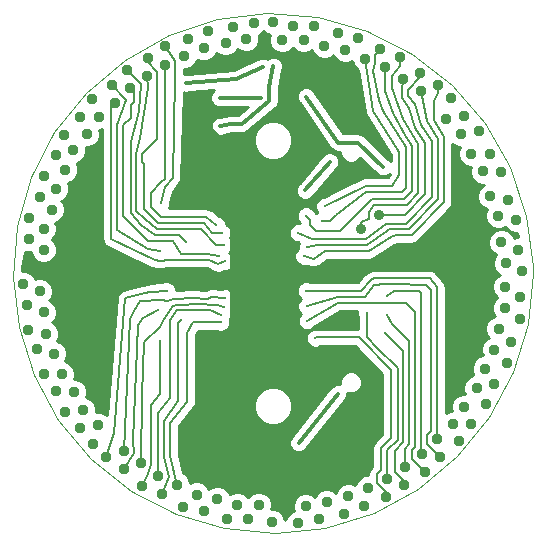
<source format=gbl>
G04 (created by PCBNEW-RS274X (2012-apr-16-27)-stable) date Tue 25 Mar 2014 08:58:53 PM EDT*
G01*
G70*
G90*
%MOIN*%
G04 Gerber Fmt 3.4, Leading zero omitted, Abs format*
%FSLAX34Y34*%
G04 APERTURE LIST*
%ADD10C,0.006000*%
%ADD11C,0.000400*%
%ADD12C,0.037000*%
%ADD13C,0.013000*%
%ADD14C,0.035000*%
%ADD15C,0.008000*%
%ADD16C,0.011800*%
%ADD17C,0.010000*%
G04 APERTURE END LIST*
G54D10*
G54D11*
X48032Y-39370D02*
X47867Y-41052D01*
X47378Y-42670D01*
X46584Y-44163D01*
X45516Y-45473D01*
X44213Y-46551D01*
X42726Y-47355D01*
X41111Y-47855D01*
X39430Y-48031D01*
X37747Y-47878D01*
X36126Y-47401D01*
X34628Y-46618D01*
X33310Y-45558D01*
X32223Y-44263D01*
X31409Y-42782D01*
X30898Y-41170D01*
X30709Y-39490D01*
X30851Y-37807D01*
X31317Y-36182D01*
X32090Y-34678D01*
X33140Y-33353D01*
X34427Y-32258D01*
X35903Y-31433D01*
X37510Y-30911D01*
X39189Y-30710D01*
X40874Y-30840D01*
X42502Y-31295D01*
X44011Y-32057D01*
X45343Y-33098D01*
X46448Y-34377D01*
X47283Y-35847D01*
X47816Y-37451D01*
X48028Y-39129D01*
X48032Y-39370D01*
G54D12*
X33386Y-45059D03*
X39350Y-47677D03*
X33346Y-33583D03*
X32952Y-34172D03*
X33558Y-34151D03*
X33164Y-34740D03*
X37835Y-47579D03*
X38544Y-47579D03*
X38189Y-47087D03*
X38898Y-47087D03*
X37520Y-46890D03*
X36825Y-46751D03*
X37076Y-47303D03*
X36381Y-47164D03*
X36181Y-46417D03*
X35526Y-46146D03*
X35666Y-46736D03*
X35011Y-46465D03*
X34980Y-45689D03*
X34391Y-45295D03*
X34412Y-45901D03*
X33823Y-45507D03*
X32441Y-44016D03*
X32942Y-44517D03*
X33039Y-43918D03*
X33541Y-44420D03*
X31732Y-42717D03*
X32125Y-43307D03*
X32338Y-42739D03*
X32731Y-43328D03*
X31220Y-41260D03*
X31491Y-41915D03*
X31810Y-41399D03*
X32081Y-42054D03*
X31043Y-39724D03*
X31181Y-40419D03*
X31594Y-39976D03*
X31732Y-40671D03*
X31240Y-37539D03*
X31240Y-38248D03*
X31732Y-37893D03*
X31732Y-38602D03*
X31732Y-36122D03*
X31593Y-36817D03*
X32145Y-36566D03*
X32006Y-37261D03*
X32402Y-34764D03*
X32131Y-35419D03*
X32721Y-35279D03*
X32450Y-35934D03*
X34094Y-33701D03*
X34595Y-33200D03*
X33996Y-33103D03*
X34498Y-32601D03*
X35177Y-32815D03*
X35767Y-32422D03*
X35199Y-32209D03*
X35788Y-31816D03*
X36417Y-32146D03*
X37072Y-31875D03*
X36556Y-31556D03*
X37211Y-31285D03*
X38740Y-31024D03*
X38045Y-31162D03*
X38488Y-31575D03*
X37793Y-31713D03*
X41083Y-31791D03*
X41778Y-31930D03*
X41527Y-31378D03*
X42222Y-31517D03*
X40217Y-47697D03*
X40912Y-47559D03*
X40469Y-47146D03*
X41164Y-47008D03*
X42539Y-46535D03*
X41884Y-46806D03*
X42400Y-47125D03*
X41745Y-47396D03*
X43760Y-45827D03*
X43170Y-46220D03*
X43738Y-46433D03*
X43149Y-46826D03*
X44843Y-44902D03*
X44342Y-45403D03*
X44941Y-45500D03*
X44439Y-46002D03*
X45571Y-44980D03*
X45965Y-44391D03*
X45359Y-44412D03*
X45753Y-43823D03*
X46476Y-43720D03*
X46747Y-43065D03*
X46157Y-43205D03*
X46428Y-42550D03*
X47165Y-42362D03*
X47304Y-41667D03*
X46752Y-41918D03*
X46891Y-41223D03*
X47598Y-40886D03*
X47598Y-40177D03*
X47106Y-40532D03*
X47106Y-39823D03*
X47677Y-39291D03*
X47539Y-38596D03*
X47126Y-39039D03*
X46988Y-38344D03*
X47480Y-37598D03*
X47209Y-36943D03*
X46890Y-37459D03*
X46619Y-36804D03*
X46988Y-36004D03*
X46595Y-35414D03*
X46382Y-35982D03*
X45989Y-35393D03*
X46240Y-34646D03*
X45739Y-34145D03*
X45642Y-34744D03*
X45140Y-34242D03*
X43720Y-32913D03*
X44309Y-33307D03*
X44288Y-32701D03*
X44877Y-33095D03*
X40748Y-31122D03*
X40039Y-31122D03*
X40394Y-31614D03*
X39685Y-31614D03*
X39370Y-31004D03*
X45295Y-33543D03*
X42441Y-32224D03*
X43096Y-32495D03*
X42956Y-31905D03*
X43611Y-32176D03*
G54D13*
X41102Y-37146D03*
X41004Y-37618D03*
X40472Y-37461D03*
G54D14*
X42323Y-37913D03*
X42894Y-37441D03*
G54D13*
X40217Y-38031D03*
X40512Y-38514D03*
X40404Y-38809D03*
X40472Y-39961D03*
X40492Y-40472D03*
X43189Y-40138D03*
X40512Y-40965D03*
X43169Y-40768D03*
X43110Y-41378D03*
X42500Y-40689D03*
X40787Y-41535D03*
X39045Y-32500D03*
X36486Y-33041D03*
X38957Y-33524D03*
X37599Y-33524D03*
X35630Y-37028D03*
X37490Y-37776D03*
X37677Y-38022D03*
X37736Y-38425D03*
X36457Y-38346D03*
X37559Y-38799D03*
X35591Y-38622D03*
X37785Y-38976D03*
X35827Y-39961D03*
X37776Y-40197D03*
X35531Y-40610D03*
X37736Y-40512D03*
X35610Y-41634D03*
X37648Y-40758D03*
X36319Y-40945D03*
X37628Y-41014D03*
X41260Y-35659D03*
X40453Y-36614D03*
X40482Y-33484D03*
X43051Y-35827D03*
X38406Y-43878D03*
X42559Y-34409D03*
G54D14*
X36909Y-34488D03*
X36417Y-44961D03*
G54D13*
X40226Y-45030D03*
X41535Y-43386D03*
X39390Y-32480D03*
X37618Y-34469D03*
G54D15*
X43346Y-36457D02*
X43583Y-36102D01*
X41102Y-37146D02*
X42461Y-36457D01*
X42717Y-33957D02*
X42441Y-32224D01*
X43583Y-35335D02*
X42717Y-33957D01*
X42461Y-36457D02*
X43346Y-36457D01*
X43346Y-36457D02*
X43346Y-36457D01*
X43583Y-36102D02*
X43583Y-35335D01*
X43799Y-35177D02*
X43031Y-33956D01*
X41260Y-37618D02*
X41457Y-37421D01*
X42894Y-33602D02*
X42717Y-32618D01*
X41457Y-37421D02*
X42480Y-36673D01*
X42776Y-32382D02*
X42776Y-32085D01*
X42717Y-32618D02*
X42776Y-32382D01*
X43799Y-36535D02*
X43799Y-35177D01*
X43681Y-36673D02*
X43799Y-36535D01*
X41004Y-37618D02*
X41260Y-37618D01*
X43031Y-33956D02*
X42894Y-33602D01*
X42480Y-36673D02*
X43681Y-36673D01*
X42776Y-32085D02*
X42956Y-31905D01*
X43780Y-34764D02*
X43996Y-35118D01*
X40807Y-37953D02*
X41594Y-37953D01*
X40610Y-37756D02*
X40807Y-37953D01*
X40610Y-37599D02*
X40610Y-37756D01*
X43096Y-32495D02*
X43110Y-33287D01*
X42657Y-36890D02*
X43740Y-36890D01*
X43366Y-34035D02*
X43780Y-34764D01*
X41594Y-37953D02*
X42657Y-36890D01*
X43740Y-36890D02*
X43996Y-36634D01*
X40472Y-37461D02*
X40610Y-37599D01*
X43996Y-35118D02*
X43996Y-35295D01*
X43996Y-36634D02*
X43996Y-35295D01*
X43110Y-33287D02*
X43366Y-34035D01*
X42559Y-37342D02*
X42756Y-37106D01*
X44213Y-36693D02*
X44213Y-35079D01*
X42323Y-37913D02*
X42323Y-37677D01*
X42559Y-37559D02*
X42559Y-37342D01*
X44213Y-35079D02*
X43701Y-34232D01*
X42323Y-37677D02*
X42559Y-37559D01*
X43611Y-32472D02*
X43611Y-32176D01*
X43327Y-33189D02*
X43327Y-32814D01*
X43839Y-37106D02*
X44213Y-36693D01*
X43701Y-34232D02*
X43327Y-33189D01*
X42756Y-37106D02*
X43839Y-37106D01*
X43327Y-32814D02*
X43611Y-32472D01*
X44429Y-35020D02*
X44114Y-34528D01*
X43898Y-33878D02*
X43662Y-33524D01*
X43780Y-37441D02*
X44429Y-36732D01*
X44114Y-34528D02*
X43898Y-33878D01*
X43662Y-33287D02*
X43720Y-32913D01*
X42894Y-37441D02*
X43780Y-37441D01*
X44429Y-36732D02*
X44429Y-35020D01*
X43662Y-33524D02*
X43662Y-33287D01*
X44665Y-36831D02*
X44665Y-34980D01*
X43858Y-33268D02*
X44288Y-32838D01*
X43858Y-33465D02*
X43858Y-33268D01*
X43130Y-37717D02*
X43130Y-37717D01*
X43799Y-37722D02*
X44665Y-36831D01*
X44288Y-32838D02*
X44288Y-32701D01*
X40681Y-38248D02*
X42480Y-38248D01*
X44114Y-33740D02*
X43858Y-33465D01*
X43130Y-37717D02*
X43799Y-37722D01*
X43130Y-37717D02*
X43130Y-37717D01*
X44311Y-34429D02*
X44114Y-33740D01*
X40217Y-38031D02*
X40681Y-38248D01*
X42480Y-38248D02*
X43130Y-37717D01*
X44665Y-34980D02*
X44311Y-34429D01*
X43839Y-37913D02*
X43917Y-37891D01*
X43248Y-37913D02*
X43819Y-37913D01*
X43819Y-37913D02*
X43839Y-37913D01*
X44862Y-35531D02*
X44862Y-34902D01*
X44863Y-36910D02*
X44862Y-35531D01*
X44508Y-34311D02*
X44309Y-33307D01*
X40552Y-38484D02*
X40829Y-38445D01*
X40829Y-38445D02*
X42520Y-38445D01*
X43917Y-37891D02*
X44863Y-36910D01*
X44862Y-34902D02*
X44508Y-34311D01*
X42520Y-38445D02*
X43189Y-37953D01*
X40512Y-38514D02*
X40552Y-38484D01*
X43189Y-37953D02*
X43248Y-37913D01*
X41102Y-38642D02*
X41093Y-38642D01*
X42579Y-38642D02*
X43307Y-38150D01*
X44724Y-33623D02*
X44877Y-33371D01*
X45059Y-36990D02*
X45059Y-34822D01*
X41102Y-38642D02*
X41102Y-38642D01*
X40404Y-38809D02*
X40738Y-38888D01*
X45059Y-34822D02*
X44724Y-34272D01*
X44877Y-33371D02*
X44877Y-33095D01*
X43858Y-38110D02*
X43996Y-38098D01*
X44724Y-34272D02*
X44724Y-33623D01*
X41102Y-38642D02*
X41102Y-38642D01*
X40738Y-38888D02*
X41102Y-38642D01*
X43996Y-38098D02*
X45059Y-36990D01*
X43307Y-38150D02*
X43484Y-38110D01*
X43484Y-38110D02*
X43858Y-38110D01*
X41093Y-38642D02*
X42579Y-38642D01*
X40738Y-38888D02*
X40738Y-38888D01*
X41102Y-38642D02*
X41102Y-38642D01*
X44591Y-39547D02*
X44843Y-39843D01*
X40472Y-39961D02*
X42323Y-39961D01*
X42756Y-39547D02*
X44591Y-39547D01*
X42638Y-39606D02*
X42756Y-39547D01*
X42323Y-39961D02*
X42638Y-39606D01*
X44843Y-39843D02*
X44843Y-44902D01*
X43100Y-39744D02*
X43395Y-39744D01*
X43395Y-39744D02*
X44459Y-39764D01*
X43395Y-39744D02*
X43395Y-39744D01*
X42756Y-39764D02*
X43100Y-39744D01*
X41535Y-40157D02*
X42441Y-40157D01*
X44459Y-39764D02*
X44646Y-39921D01*
X44646Y-39921D02*
X44646Y-44625D01*
X44508Y-45067D02*
X44941Y-45500D01*
X44646Y-44625D02*
X44508Y-44763D01*
X40492Y-40472D02*
X41535Y-40157D01*
X42441Y-40157D02*
X42756Y-39764D01*
X44508Y-44763D02*
X44508Y-45067D01*
X43406Y-39970D02*
X44253Y-39961D01*
X44311Y-45372D02*
X44342Y-45403D01*
X43189Y-40138D02*
X43406Y-39970D01*
X44253Y-39961D02*
X44311Y-40019D01*
X44311Y-40019D02*
X44311Y-45372D01*
X44114Y-45158D02*
X43996Y-45276D01*
X43996Y-45276D02*
X43996Y-45559D01*
X43799Y-40354D02*
X44114Y-40669D01*
X43996Y-45559D02*
X44439Y-46002D01*
X44114Y-40669D02*
X44114Y-45158D01*
X42987Y-40354D02*
X42987Y-40354D01*
X41547Y-40354D02*
X42987Y-40354D01*
X42987Y-40354D02*
X43799Y-40354D01*
X40512Y-40965D02*
X41547Y-40354D01*
X43169Y-40768D02*
X43346Y-41083D01*
X43346Y-41083D02*
X43917Y-41634D01*
X43917Y-45079D02*
X43760Y-45236D01*
X43760Y-45236D02*
X43760Y-45827D01*
X43917Y-41634D02*
X43917Y-45079D01*
X43425Y-45295D02*
X43425Y-45984D01*
X43425Y-45984D02*
X43738Y-46297D01*
X43738Y-46297D02*
X43738Y-46433D01*
X43706Y-41974D02*
X43706Y-45014D01*
X43706Y-45014D02*
X43425Y-45295D01*
X43110Y-41378D02*
X43706Y-41974D01*
X43524Y-44921D02*
X43170Y-45275D01*
X42500Y-40689D02*
X42500Y-41516D01*
X42854Y-41870D02*
X43524Y-42518D01*
X43170Y-45275D02*
X43170Y-46220D01*
X42500Y-41516D02*
X42500Y-41516D01*
X43524Y-42518D02*
X43524Y-44921D01*
X42500Y-41516D02*
X42854Y-41870D01*
X42500Y-40689D02*
X42500Y-40689D01*
X42835Y-46083D02*
X42835Y-46359D01*
X40787Y-41535D02*
X40805Y-41516D01*
X40805Y-41516D02*
X42225Y-41516D01*
X42225Y-41516D02*
X43307Y-42598D01*
X42835Y-46359D02*
X43149Y-46673D01*
X42972Y-45197D02*
X42972Y-45946D01*
X43307Y-44862D02*
X42972Y-45197D01*
X43307Y-42598D02*
X43307Y-44862D01*
X43149Y-46673D02*
X43149Y-46826D01*
X42972Y-45946D02*
X42835Y-46083D01*
G54D16*
X36486Y-33041D02*
X38150Y-32894D01*
X38150Y-32894D02*
X39045Y-32500D01*
X38957Y-33524D02*
X37599Y-33524D01*
G54D15*
X36122Y-32835D02*
X36122Y-32303D01*
X36024Y-36201D02*
X36122Y-32835D01*
X35630Y-37028D02*
X35630Y-37028D01*
X36122Y-32303D02*
X35788Y-31816D01*
X35630Y-37028D02*
X35630Y-37028D01*
X35630Y-37028D02*
X35787Y-36516D01*
X35787Y-36516D02*
X36024Y-36201D01*
X37156Y-37500D02*
X35630Y-37500D01*
X35295Y-37165D02*
X35295Y-36694D01*
X35295Y-36694D02*
X35650Y-36339D01*
X35630Y-37500D02*
X35295Y-37165D01*
X35767Y-36222D02*
X35650Y-36339D01*
X35767Y-32422D02*
X35767Y-36222D01*
X37490Y-37776D02*
X37156Y-37500D01*
X35079Y-37225D02*
X35079Y-35729D01*
X35079Y-35729D02*
X35000Y-35650D01*
X37677Y-38022D02*
X37353Y-38019D01*
X37087Y-37697D02*
X35551Y-37697D01*
X35199Y-32344D02*
X35199Y-32209D01*
X37677Y-38022D02*
X37677Y-38022D01*
X35512Y-32657D02*
X35199Y-32344D01*
X35551Y-37697D02*
X35079Y-37225D01*
X37353Y-38019D02*
X37087Y-37697D01*
X35000Y-35414D02*
X35512Y-34902D01*
X35000Y-35650D02*
X35000Y-35414D01*
X35512Y-34902D02*
X35512Y-32657D01*
X34823Y-36870D02*
X34811Y-35390D01*
X35098Y-37579D02*
X34823Y-37303D01*
X37736Y-38425D02*
X37736Y-38425D01*
X36972Y-37894D02*
X35761Y-37894D01*
X34823Y-37303D02*
X34823Y-36870D01*
X35217Y-33189D02*
X35177Y-32815D01*
X34942Y-34859D02*
X35217Y-33189D01*
X37480Y-38429D02*
X36972Y-37894D01*
X37736Y-38425D02*
X37480Y-38429D01*
X35492Y-37894D02*
X35098Y-37579D01*
X34811Y-35390D02*
X34942Y-34859D01*
X35761Y-37894D02*
X35492Y-37894D01*
X34961Y-33071D02*
X34498Y-32601D01*
X34626Y-37362D02*
X34626Y-35000D01*
X34899Y-33960D02*
X34961Y-33071D01*
X34961Y-37756D02*
X34626Y-37362D01*
X34626Y-35000D02*
X34899Y-33960D01*
X35453Y-38091D02*
X34961Y-37756D01*
X36240Y-38091D02*
X35453Y-38091D01*
X36457Y-38346D02*
X36240Y-38091D01*
X36024Y-38287D02*
X35216Y-38287D01*
X36299Y-38720D02*
X36024Y-38287D01*
X37165Y-38720D02*
X36299Y-38720D01*
X37559Y-38799D02*
X37165Y-38720D01*
X34390Y-34449D02*
X34646Y-34193D01*
X34646Y-33760D02*
X34724Y-33682D01*
X34724Y-33682D02*
X34724Y-33329D01*
X35216Y-38287D02*
X34390Y-37461D01*
X34390Y-37461D02*
X34390Y-34449D01*
X34724Y-33329D02*
X34595Y-33200D01*
X34646Y-34193D02*
X34646Y-33760D01*
X35217Y-38583D02*
X34170Y-37918D01*
X34170Y-37918D02*
X34167Y-34419D01*
X34488Y-33602D02*
X33996Y-33103D01*
X35591Y-38622D02*
X35217Y-38583D01*
X34167Y-34419D02*
X34488Y-33602D01*
X35906Y-38917D02*
X35610Y-38957D01*
X37785Y-38976D02*
X37539Y-39075D01*
X35610Y-38957D02*
X35453Y-38937D01*
X37785Y-38976D02*
X37785Y-38976D01*
X37785Y-38976D02*
X37785Y-38976D01*
X33976Y-35157D02*
X33976Y-33819D01*
X35453Y-38937D02*
X33976Y-38247D01*
X37539Y-39075D02*
X37254Y-38927D01*
X33976Y-38247D02*
X33976Y-35157D01*
X37254Y-38927D02*
X35906Y-38917D01*
X33976Y-33819D02*
X34094Y-33701D01*
X34449Y-40216D02*
X34075Y-44705D01*
X34075Y-44705D02*
X33823Y-45507D01*
X35276Y-40000D02*
X35099Y-40038D01*
X35827Y-39961D02*
X35276Y-40000D01*
X35099Y-40038D02*
X34449Y-40216D01*
X34724Y-40630D02*
X34606Y-40886D01*
X37323Y-40157D02*
X37205Y-40217D01*
X34606Y-40886D02*
X34391Y-45295D01*
X37776Y-40197D02*
X37323Y-40157D01*
X36063Y-40236D02*
X35846Y-40295D01*
X37205Y-40217D02*
X36692Y-40197D01*
X34935Y-40316D02*
X34724Y-40630D01*
X35846Y-40295D02*
X35669Y-40264D01*
X36692Y-40197D02*
X36063Y-40236D01*
X35669Y-40264D02*
X34935Y-40316D01*
X34862Y-41103D02*
X34705Y-44961D01*
X35039Y-40867D02*
X34862Y-41103D01*
X34744Y-45374D02*
X34412Y-45901D01*
X34705Y-44961D02*
X34744Y-45374D01*
X35531Y-40610D02*
X35039Y-40867D01*
X36024Y-40453D02*
X35728Y-40906D01*
X35079Y-41673D02*
X35000Y-43465D01*
X36988Y-40413D02*
X36161Y-40418D01*
X35728Y-40906D02*
X35610Y-41181D01*
X37362Y-40433D02*
X36988Y-40413D01*
X35000Y-43465D02*
X34980Y-45689D01*
X36161Y-40418D02*
X36024Y-40453D01*
X37736Y-40512D02*
X37520Y-40433D01*
X37520Y-40433D02*
X37362Y-40433D01*
X35610Y-41181D02*
X35079Y-41673D01*
X35610Y-43386D02*
X35315Y-43780D01*
X35315Y-43780D02*
X35315Y-45748D01*
X35197Y-46063D02*
X35011Y-46465D01*
X35315Y-45748D02*
X35197Y-46063D01*
X35610Y-41634D02*
X35610Y-43386D01*
X37284Y-40610D02*
X36161Y-40610D01*
X36161Y-40610D02*
X35945Y-40925D01*
X35945Y-40925D02*
X35945Y-43543D01*
X35531Y-44035D02*
X35526Y-46146D01*
X35945Y-43543D02*
X35531Y-44035D01*
X37648Y-40758D02*
X37284Y-40610D01*
X36201Y-41043D02*
X36201Y-43622D01*
X36319Y-40945D02*
X36201Y-41043D01*
X36201Y-43622D02*
X35728Y-44311D01*
X35906Y-46161D02*
X35666Y-46736D01*
X35728Y-44311D02*
X35728Y-45512D01*
X35728Y-45512D02*
X35906Y-46161D01*
X35945Y-45472D02*
X36181Y-46417D01*
X36181Y-46417D02*
X36181Y-46417D01*
X37628Y-41014D02*
X36722Y-41014D01*
X35945Y-44370D02*
X35945Y-44370D01*
X36516Y-41358D02*
X36516Y-42382D01*
X35945Y-44370D02*
X35945Y-45472D01*
X36516Y-43661D02*
X35945Y-44370D01*
X36516Y-42382D02*
X36516Y-43661D01*
X36722Y-41014D02*
X36516Y-41358D01*
G54D16*
X41260Y-35659D02*
X40453Y-36614D01*
X42211Y-35020D02*
X41531Y-35019D01*
X41531Y-35019D02*
X40482Y-33484D01*
X43051Y-35827D02*
X42211Y-35020D01*
X36909Y-34488D02*
X37225Y-34488D01*
X39616Y-33307D02*
X39960Y-32963D01*
X36929Y-35669D02*
X38012Y-36752D01*
X37225Y-34488D02*
X37570Y-34833D01*
X38543Y-34833D02*
X39616Y-33760D01*
X37570Y-34833D02*
X38543Y-34833D01*
X38406Y-43435D02*
X38406Y-43878D01*
X36909Y-34488D02*
X36929Y-35669D01*
X41113Y-32963D02*
X42559Y-34409D01*
X39960Y-32963D02*
X41113Y-32963D01*
X38012Y-36752D02*
X38012Y-42520D01*
X37244Y-44134D02*
X38406Y-43878D01*
X36417Y-44961D02*
X37244Y-44134D01*
X38022Y-43091D02*
X38406Y-43435D01*
X38012Y-42520D02*
X38022Y-43091D01*
X39616Y-33760D02*
X39616Y-33307D01*
X41535Y-43386D02*
X40226Y-45030D01*
X39252Y-33635D02*
X39252Y-33173D01*
X38326Y-34399D02*
X39252Y-33635D01*
X39252Y-33173D02*
X39390Y-32480D01*
X37985Y-34399D02*
X38326Y-34399D01*
X37618Y-34469D02*
X37985Y-34399D01*
G54D10*
G36*
X47533Y-38161D02*
X47453Y-38161D01*
X47393Y-38185D01*
X47357Y-38098D01*
X47235Y-37976D01*
X47075Y-37909D01*
X46902Y-37909D01*
X46742Y-37975D01*
X46620Y-38097D01*
X46553Y-38257D01*
X46553Y-38430D01*
X46619Y-38590D01*
X46741Y-38712D01*
X46809Y-38740D01*
X46758Y-38792D01*
X46691Y-38952D01*
X46691Y-39125D01*
X46757Y-39285D01*
X46879Y-39407D01*
X46926Y-39426D01*
X46860Y-39454D01*
X46738Y-39576D01*
X46671Y-39736D01*
X46671Y-39909D01*
X46737Y-40069D01*
X46845Y-40177D01*
X46738Y-40285D01*
X46671Y-40445D01*
X46671Y-40618D01*
X46737Y-40778D01*
X46763Y-40804D01*
X46645Y-40854D01*
X46523Y-40976D01*
X46456Y-41136D01*
X46456Y-41309D01*
X46522Y-41469D01*
X46573Y-41520D01*
X46506Y-41549D01*
X46384Y-41671D01*
X46317Y-41831D01*
X46317Y-42004D01*
X46362Y-42115D01*
X46342Y-42115D01*
X46182Y-42181D01*
X46060Y-42303D01*
X45993Y-42463D01*
X45993Y-42636D01*
X46051Y-42778D01*
X45911Y-42836D01*
X45789Y-42958D01*
X45722Y-43118D01*
X45722Y-43291D01*
X45762Y-43388D01*
X45667Y-43388D01*
X45507Y-43454D01*
X45385Y-43576D01*
X45318Y-43736D01*
X45318Y-43909D01*
X45346Y-43977D01*
X45273Y-43977D01*
X45133Y-44034D01*
X45133Y-39843D01*
X45123Y-39794D01*
X45119Y-39753D01*
X45113Y-39742D01*
X45111Y-39732D01*
X45083Y-39691D01*
X45063Y-39655D01*
X45048Y-39638D01*
X44812Y-39359D01*
X44802Y-39351D01*
X44796Y-39342D01*
X44758Y-39316D01*
X44723Y-39289D01*
X44712Y-39285D01*
X44702Y-39279D01*
X44655Y-39269D01*
X44614Y-39258D01*
X44602Y-39259D01*
X44591Y-39257D01*
X42756Y-39257D01*
X42744Y-39259D01*
X42734Y-39258D01*
X42690Y-39270D01*
X42645Y-39279D01*
X42636Y-39284D01*
X42625Y-39288D01*
X42508Y-39347D01*
X42443Y-39396D01*
X42421Y-39414D01*
X42419Y-39415D01*
X42419Y-39416D01*
X42418Y-39416D01*
X42192Y-39671D01*
X40595Y-39671D01*
X40535Y-39646D01*
X40410Y-39646D01*
X40294Y-39694D01*
X40205Y-39782D01*
X40157Y-39898D01*
X40157Y-40023D01*
X40205Y-40139D01*
X40291Y-40226D01*
X40225Y-40293D01*
X40177Y-40409D01*
X40177Y-40534D01*
X40225Y-40650D01*
X40302Y-40728D01*
X40245Y-40786D01*
X40197Y-40902D01*
X40197Y-41027D01*
X40245Y-41143D01*
X40333Y-41232D01*
X40449Y-41280D01*
X40574Y-41280D01*
X40690Y-41232D01*
X40777Y-41145D01*
X40779Y-41144D01*
X41623Y-40644D01*
X42185Y-40644D01*
X42185Y-40751D01*
X42210Y-40811D01*
X42210Y-41226D01*
X40864Y-41226D01*
X40850Y-41220D01*
X40725Y-41220D01*
X40609Y-41268D01*
X40520Y-41356D01*
X40472Y-41472D01*
X40472Y-41597D01*
X40520Y-41713D01*
X40608Y-41802D01*
X40724Y-41850D01*
X40849Y-41850D01*
X40955Y-41806D01*
X42105Y-41806D01*
X43017Y-42718D01*
X43017Y-44741D01*
X42767Y-44992D01*
X42704Y-45086D01*
X42682Y-45197D01*
X42682Y-45825D01*
X42630Y-45878D01*
X42567Y-45972D01*
X42545Y-46083D01*
X42545Y-46100D01*
X42453Y-46100D01*
X42337Y-46147D01*
X42337Y-43085D01*
X42337Y-42939D01*
X42281Y-42804D01*
X42178Y-42700D01*
X42042Y-42644D01*
X41896Y-42644D01*
X41761Y-42700D01*
X41657Y-42803D01*
X41601Y-42939D01*
X41601Y-43072D01*
X41598Y-43071D01*
X41473Y-43071D01*
X41357Y-43119D01*
X41268Y-43207D01*
X41254Y-43240D01*
X40027Y-44783D01*
X40013Y-44797D01*
X40013Y-43928D01*
X40013Y-43672D01*
X39915Y-43436D01*
X39735Y-43255D01*
X39499Y-43156D01*
X39243Y-43156D01*
X39007Y-43254D01*
X38826Y-43434D01*
X38727Y-43670D01*
X38727Y-43926D01*
X38825Y-44162D01*
X39005Y-44343D01*
X39241Y-44442D01*
X39497Y-44442D01*
X39733Y-44344D01*
X39914Y-44164D01*
X40013Y-43928D01*
X40013Y-44797D01*
X39959Y-44851D01*
X39911Y-44967D01*
X39911Y-45092D01*
X39959Y-45208D01*
X40047Y-45297D01*
X40163Y-45345D01*
X40288Y-45345D01*
X40404Y-45297D01*
X40493Y-45209D01*
X40508Y-45170D01*
X41728Y-43637D01*
X41802Y-43565D01*
X41850Y-43449D01*
X41850Y-43361D01*
X41896Y-43380D01*
X42042Y-43380D01*
X42177Y-43324D01*
X42281Y-43221D01*
X42337Y-43085D01*
X42337Y-46147D01*
X42293Y-46166D01*
X42171Y-46288D01*
X42111Y-46429D01*
X41971Y-46371D01*
X41798Y-46371D01*
X41638Y-46437D01*
X41516Y-46559D01*
X41461Y-46690D01*
X41411Y-46640D01*
X41251Y-46573D01*
X41078Y-46573D01*
X40918Y-46639D01*
X40796Y-46761D01*
X40767Y-46829D01*
X40716Y-46778D01*
X40556Y-46711D01*
X40383Y-46711D01*
X40223Y-46777D01*
X40101Y-46899D01*
X40034Y-47059D01*
X40034Y-47232D01*
X40058Y-47291D01*
X39971Y-47328D01*
X39849Y-47450D01*
X39785Y-47602D01*
X39785Y-47591D01*
X39719Y-47431D01*
X39597Y-47309D01*
X39437Y-47242D01*
X39304Y-47242D01*
X39333Y-47174D01*
X39333Y-47001D01*
X39267Y-46841D01*
X39145Y-46719D01*
X38985Y-46652D01*
X38812Y-46652D01*
X38652Y-46718D01*
X38543Y-46826D01*
X38436Y-46719D01*
X38276Y-46652D01*
X38103Y-46652D01*
X37943Y-46718D01*
X37926Y-46734D01*
X37889Y-46644D01*
X37767Y-46522D01*
X37607Y-46455D01*
X37434Y-46455D01*
X37274Y-46521D01*
X37222Y-46572D01*
X37194Y-46505D01*
X37072Y-46383D01*
X36912Y-46316D01*
X36739Y-46316D01*
X36616Y-46366D01*
X36616Y-46331D01*
X36550Y-46171D01*
X36428Y-46049D01*
X36382Y-46030D01*
X36235Y-45438D01*
X36235Y-44472D01*
X36721Y-43866D01*
X36741Y-43843D01*
X36757Y-43811D01*
X36784Y-43772D01*
X36787Y-43754D01*
X36794Y-43742D01*
X36796Y-43707D01*
X36806Y-43661D01*
X36806Y-42382D01*
X36806Y-41438D01*
X36886Y-41304D01*
X37504Y-41304D01*
X37565Y-41329D01*
X37690Y-41329D01*
X37806Y-41281D01*
X37895Y-41193D01*
X37943Y-41077D01*
X37943Y-40952D01*
X37925Y-40910D01*
X37963Y-40821D01*
X37963Y-40730D01*
X38003Y-40691D01*
X38051Y-40575D01*
X38051Y-40450D01*
X38026Y-40391D01*
X38043Y-40376D01*
X38091Y-40260D01*
X38091Y-40135D01*
X38043Y-40019D01*
X37955Y-39930D01*
X37839Y-39882D01*
X37714Y-39882D01*
X37677Y-39897D01*
X37348Y-39868D01*
X37323Y-39870D01*
X37300Y-39868D01*
X37270Y-39876D01*
X37236Y-39880D01*
X37213Y-39892D01*
X37191Y-39899D01*
X37141Y-39924D01*
X36703Y-39907D01*
X36686Y-39909D01*
X36674Y-39908D01*
X36142Y-39940D01*
X36142Y-39899D01*
X36094Y-39783D01*
X36006Y-39694D01*
X35890Y-39646D01*
X35765Y-39646D01*
X35680Y-39680D01*
X35256Y-39711D01*
X35234Y-39716D01*
X35215Y-39717D01*
X35038Y-39754D01*
X35027Y-39758D01*
X35022Y-39759D01*
X34372Y-39936D01*
X34364Y-39939D01*
X34364Y-39940D01*
X34363Y-39940D01*
X34271Y-39987D01*
X34197Y-40072D01*
X34161Y-40180D01*
X34162Y-40199D01*
X33834Y-44098D01*
X33788Y-44052D01*
X33628Y-43985D01*
X33474Y-43985D01*
X33474Y-43832D01*
X33408Y-43672D01*
X33286Y-43550D01*
X33135Y-43487D01*
X33166Y-43415D01*
X33166Y-43242D01*
X33100Y-43082D01*
X32978Y-42960D01*
X32818Y-42893D01*
X32744Y-42893D01*
X32773Y-42826D01*
X32773Y-42653D01*
X32707Y-42493D01*
X32585Y-42371D01*
X32439Y-42310D01*
X32449Y-42301D01*
X32516Y-42141D01*
X32516Y-41968D01*
X32450Y-41808D01*
X32328Y-41686D01*
X32186Y-41626D01*
X32245Y-41486D01*
X32245Y-41313D01*
X32179Y-41153D01*
X32057Y-41031D01*
X32007Y-41010D01*
X32100Y-40918D01*
X32167Y-40758D01*
X32167Y-40585D01*
X32101Y-40425D01*
X31979Y-40303D01*
X31910Y-40274D01*
X31962Y-40223D01*
X32029Y-40063D01*
X32029Y-39890D01*
X31963Y-39730D01*
X31841Y-39608D01*
X31681Y-39541D01*
X31508Y-39541D01*
X31448Y-39565D01*
X31412Y-39478D01*
X31290Y-39356D01*
X31130Y-39289D01*
X30998Y-39289D01*
X31003Y-39173D01*
X31104Y-38662D01*
X31153Y-38683D01*
X31297Y-38683D01*
X31297Y-38688D01*
X31363Y-38848D01*
X31485Y-38970D01*
X31645Y-39037D01*
X31818Y-39037D01*
X31978Y-38971D01*
X32100Y-38849D01*
X32167Y-38689D01*
X32167Y-38516D01*
X32101Y-38356D01*
X31992Y-38247D01*
X32100Y-38140D01*
X32167Y-37980D01*
X32167Y-37807D01*
X32116Y-37685D01*
X32252Y-37630D01*
X32374Y-37508D01*
X32441Y-37348D01*
X32441Y-37175D01*
X32375Y-37015D01*
X32323Y-36963D01*
X32391Y-36935D01*
X32513Y-36813D01*
X32580Y-36653D01*
X32580Y-36480D01*
X32534Y-36369D01*
X32536Y-36369D01*
X32696Y-36303D01*
X32818Y-36181D01*
X32885Y-36021D01*
X32885Y-35848D01*
X32826Y-35705D01*
X32967Y-35648D01*
X33089Y-35526D01*
X33156Y-35366D01*
X33156Y-35193D01*
X33148Y-35175D01*
X33250Y-35175D01*
X33410Y-35109D01*
X33532Y-34987D01*
X33599Y-34827D01*
X33599Y-34654D01*
X33570Y-34586D01*
X33644Y-34586D01*
X33686Y-34568D01*
X33686Y-35157D01*
X33686Y-38234D01*
X33686Y-38247D01*
X33697Y-38302D01*
X33704Y-38346D01*
X33706Y-38350D01*
X33708Y-38358D01*
X33737Y-38401D01*
X33762Y-38443D01*
X33767Y-38447D01*
X33771Y-38452D01*
X33806Y-38476D01*
X33853Y-38510D01*
X33865Y-38515D01*
X35308Y-39188D01*
X35309Y-39189D01*
X35310Y-39189D01*
X35331Y-39199D01*
X35359Y-39206D01*
X35416Y-39225D01*
X35573Y-39245D01*
X35616Y-39241D01*
X35649Y-39244D01*
X35921Y-39207D01*
X37181Y-39215D01*
X37406Y-39332D01*
X37413Y-39334D01*
X37425Y-39342D01*
X37474Y-39352D01*
X37514Y-39364D01*
X37525Y-39362D01*
X37536Y-39365D01*
X37583Y-39355D01*
X37627Y-39351D01*
X37636Y-39346D01*
X37647Y-39344D01*
X37778Y-39291D01*
X37847Y-39291D01*
X37963Y-39243D01*
X38052Y-39155D01*
X38100Y-39039D01*
X38100Y-38914D01*
X38052Y-38798D01*
X37964Y-38709D01*
X37916Y-38689D01*
X38003Y-38604D01*
X38051Y-38488D01*
X38051Y-38363D01*
X38003Y-38247D01*
X37947Y-38191D01*
X37992Y-38085D01*
X37992Y-37960D01*
X37944Y-37844D01*
X37856Y-37755D01*
X37805Y-37733D01*
X37805Y-37714D01*
X37757Y-37598D01*
X37669Y-37509D01*
X37572Y-37469D01*
X37341Y-37277D01*
X37305Y-37257D01*
X37267Y-37232D01*
X37252Y-37229D01*
X37241Y-37223D01*
X37198Y-37218D01*
X37156Y-37210D01*
X35893Y-37210D01*
X35897Y-37207D01*
X35945Y-37091D01*
X35945Y-36989D01*
X36048Y-36651D01*
X36256Y-36376D01*
X36270Y-36345D01*
X36289Y-36320D01*
X36294Y-36295D01*
X36305Y-36274D01*
X36306Y-36242D01*
X36314Y-36210D01*
X36399Y-33346D01*
X36423Y-33356D01*
X36548Y-33356D01*
X36578Y-33343D01*
X37407Y-33270D01*
X37332Y-33345D01*
X37284Y-33461D01*
X37284Y-33586D01*
X37332Y-33702D01*
X37420Y-33791D01*
X37536Y-33839D01*
X37661Y-33839D01*
X37675Y-33833D01*
X38526Y-33833D01*
X38215Y-34090D01*
X37985Y-34090D01*
X37954Y-34096D01*
X37926Y-34096D01*
X37618Y-34154D01*
X37556Y-34154D01*
X37440Y-34202D01*
X37351Y-34290D01*
X37303Y-34406D01*
X37303Y-34531D01*
X37351Y-34647D01*
X37439Y-34736D01*
X37555Y-34784D01*
X37680Y-34784D01*
X37732Y-34762D01*
X38015Y-34708D01*
X38326Y-34708D01*
X38374Y-34698D01*
X38416Y-34694D01*
X38429Y-34687D01*
X38444Y-34684D01*
X38479Y-34660D01*
X38523Y-34637D01*
X39448Y-33874D01*
X39459Y-33860D01*
X39470Y-33853D01*
X39492Y-33820D01*
X39524Y-33781D01*
X39528Y-33765D01*
X39537Y-33753D01*
X39546Y-33706D01*
X39559Y-33665D01*
X39557Y-33651D01*
X39561Y-33635D01*
X39561Y-33203D01*
X39681Y-32600D01*
X39705Y-32543D01*
X39705Y-32418D01*
X39657Y-32302D01*
X39569Y-32213D01*
X39453Y-32165D01*
X39328Y-32165D01*
X39212Y-32213D01*
X39201Y-32223D01*
X39108Y-32185D01*
X38983Y-32185D01*
X38867Y-32233D01*
X38854Y-32245D01*
X38065Y-32592D01*
X36539Y-32726D01*
X36424Y-32726D01*
X36412Y-32730D01*
X36412Y-32581D01*
X36503Y-32581D01*
X36663Y-32515D01*
X36785Y-32393D01*
X36844Y-32251D01*
X36985Y-32310D01*
X37158Y-32310D01*
X37318Y-32244D01*
X37440Y-32122D01*
X37483Y-32018D01*
X37546Y-32081D01*
X37706Y-32148D01*
X37879Y-32148D01*
X38039Y-32082D01*
X38161Y-31960D01*
X38189Y-31891D01*
X38241Y-31943D01*
X38401Y-32010D01*
X38574Y-32010D01*
X38734Y-31944D01*
X38856Y-31822D01*
X38923Y-31662D01*
X38923Y-31489D01*
X38898Y-31429D01*
X38986Y-31393D01*
X39065Y-31314D01*
X39123Y-31372D01*
X39283Y-31439D01*
X39286Y-31439D01*
X39250Y-31527D01*
X39250Y-31700D01*
X39316Y-31860D01*
X39438Y-31982D01*
X39598Y-32049D01*
X39771Y-32049D01*
X39931Y-31983D01*
X40039Y-31874D01*
X40147Y-31982D01*
X40307Y-32049D01*
X40480Y-32049D01*
X40640Y-31983D01*
X40676Y-31946D01*
X40714Y-32037D01*
X40836Y-32159D01*
X40996Y-32226D01*
X41169Y-32226D01*
X41329Y-32160D01*
X41380Y-32108D01*
X41409Y-32176D01*
X41531Y-32298D01*
X41691Y-32365D01*
X41864Y-32365D01*
X42006Y-32306D01*
X42006Y-32310D01*
X42072Y-32470D01*
X42194Y-32592D01*
X42206Y-32597D01*
X42429Y-34002D01*
X42468Y-34108D01*
X42471Y-34111D01*
X43293Y-35420D01*
X43293Y-35623D01*
X43230Y-35560D01*
X43209Y-35551D01*
X42425Y-34797D01*
X42354Y-34752D01*
X42329Y-34735D01*
X42326Y-34734D01*
X42324Y-34733D01*
X42290Y-34727D01*
X42212Y-34711D01*
X41692Y-34710D01*
X40771Y-33360D01*
X40749Y-33306D01*
X40661Y-33217D01*
X40545Y-33169D01*
X40420Y-33169D01*
X40304Y-33217D01*
X40215Y-33305D01*
X40167Y-33421D01*
X40167Y-33546D01*
X40215Y-33662D01*
X40262Y-33709D01*
X41274Y-35194D01*
X41302Y-35221D01*
X41313Y-35237D01*
X41331Y-35249D01*
X41361Y-35278D01*
X41394Y-35291D01*
X41413Y-35304D01*
X41437Y-35309D01*
X41472Y-35323D01*
X41504Y-35322D01*
X41530Y-35328D01*
X41601Y-35328D01*
X41601Y-35407D01*
X41657Y-35542D01*
X41760Y-35646D01*
X41896Y-35702D01*
X42042Y-35702D01*
X42177Y-35646D01*
X42281Y-35543D01*
X42288Y-35524D01*
X42781Y-35998D01*
X42784Y-36005D01*
X42872Y-36094D01*
X42988Y-36142D01*
X43113Y-36142D01*
X43229Y-36094D01*
X43260Y-36063D01*
X43191Y-36167D01*
X42461Y-36167D01*
X42449Y-36169D01*
X42438Y-36168D01*
X42391Y-36180D01*
X42350Y-36189D01*
X42341Y-36194D01*
X42329Y-36198D01*
X41575Y-36580D01*
X41575Y-35722D01*
X41575Y-35597D01*
X41527Y-35481D01*
X41439Y-35392D01*
X41323Y-35344D01*
X41198Y-35344D01*
X41082Y-35392D01*
X40993Y-35480D01*
X40979Y-35512D01*
X40271Y-36350D01*
X40186Y-36435D01*
X40138Y-36551D01*
X40138Y-36676D01*
X40186Y-36792D01*
X40274Y-36881D01*
X40390Y-36929D01*
X40515Y-36929D01*
X40631Y-36881D01*
X40720Y-36793D01*
X40733Y-36760D01*
X41438Y-35926D01*
X41446Y-35917D01*
X41527Y-35838D01*
X41575Y-35722D01*
X41575Y-36580D01*
X41081Y-36831D01*
X41040Y-36831D01*
X40924Y-36879D01*
X40835Y-36967D01*
X40787Y-37083D01*
X40787Y-37208D01*
X40835Y-37324D01*
X40851Y-37340D01*
X40826Y-37351D01*
X40798Y-37377D01*
X40763Y-37342D01*
X40739Y-37283D01*
X40651Y-37194D01*
X40535Y-37146D01*
X40410Y-37146D01*
X40294Y-37194D01*
X40205Y-37282D01*
X40157Y-37398D01*
X40157Y-37523D01*
X40205Y-37639D01*
X40281Y-37716D01*
X40280Y-37716D01*
X40155Y-37716D01*
X40039Y-37764D01*
X40013Y-37789D01*
X40013Y-35070D01*
X40013Y-34814D01*
X39915Y-34578D01*
X39735Y-34397D01*
X39499Y-34298D01*
X39243Y-34298D01*
X39007Y-34396D01*
X38826Y-34576D01*
X38727Y-34812D01*
X38727Y-35068D01*
X38825Y-35304D01*
X39005Y-35485D01*
X39241Y-35584D01*
X39497Y-35584D01*
X39733Y-35486D01*
X39914Y-35306D01*
X40013Y-35070D01*
X40013Y-37789D01*
X39950Y-37852D01*
X39902Y-37968D01*
X39902Y-38093D01*
X39950Y-38209D01*
X40038Y-38298D01*
X40154Y-38346D01*
X40205Y-38346D01*
X40234Y-38359D01*
X40197Y-38451D01*
X40197Y-38570D01*
X40137Y-38630D01*
X40089Y-38746D01*
X40089Y-38871D01*
X40137Y-38987D01*
X40225Y-39076D01*
X40341Y-39124D01*
X40466Y-39124D01*
X40469Y-39122D01*
X40671Y-39170D01*
X40676Y-39170D01*
X40683Y-39173D01*
X40711Y-39172D01*
X40738Y-39178D01*
X40762Y-39173D01*
X40784Y-39174D01*
X40789Y-39172D01*
X40796Y-39172D01*
X40820Y-39161D01*
X40849Y-39156D01*
X40868Y-39142D01*
X40890Y-39135D01*
X40894Y-39130D01*
X40901Y-39128D01*
X41190Y-38932D01*
X42579Y-38932D01*
X42607Y-38926D01*
X42637Y-38926D01*
X42661Y-38915D01*
X42690Y-38910D01*
X42714Y-38893D01*
X42742Y-38882D01*
X43422Y-38421D01*
X43516Y-38400D01*
X43858Y-38400D01*
X43870Y-38397D01*
X43883Y-38399D01*
X44002Y-38388D01*
X44021Y-38387D01*
X44059Y-38375D01*
X44113Y-38364D01*
X44123Y-38356D01*
X44129Y-38355D01*
X44154Y-38334D01*
X44205Y-38299D01*
X44218Y-38284D01*
X45264Y-37195D01*
X45268Y-37191D01*
X45292Y-37153D01*
X45327Y-37101D01*
X45327Y-37096D01*
X45329Y-37095D01*
X45334Y-37065D01*
X45349Y-36990D01*
X45349Y-35066D01*
X45395Y-35112D01*
X45555Y-35179D01*
X45607Y-35179D01*
X45554Y-35306D01*
X45554Y-35479D01*
X45620Y-35639D01*
X45742Y-35761D01*
X45902Y-35828D01*
X45975Y-35828D01*
X45947Y-35895D01*
X45947Y-36068D01*
X46013Y-36228D01*
X46135Y-36350D01*
X46295Y-36417D01*
X46416Y-36417D01*
X46373Y-36435D01*
X46251Y-36557D01*
X46184Y-36717D01*
X46184Y-36890D01*
X46250Y-37050D01*
X46372Y-37172D01*
X46513Y-37231D01*
X46455Y-37372D01*
X46455Y-37545D01*
X46521Y-37705D01*
X46643Y-37827D01*
X46803Y-37894D01*
X46976Y-37894D01*
X47108Y-37839D01*
X47111Y-37844D01*
X47233Y-37966D01*
X47393Y-38033D01*
X47507Y-38033D01*
X47533Y-38161D01*
X47533Y-38161D01*
G37*
G54D17*
X47533Y-38161D02*
X47453Y-38161D01*
X47393Y-38185D01*
X47357Y-38098D01*
X47235Y-37976D01*
X47075Y-37909D01*
X46902Y-37909D01*
X46742Y-37975D01*
X46620Y-38097D01*
X46553Y-38257D01*
X46553Y-38430D01*
X46619Y-38590D01*
X46741Y-38712D01*
X46809Y-38740D01*
X46758Y-38792D01*
X46691Y-38952D01*
X46691Y-39125D01*
X46757Y-39285D01*
X46879Y-39407D01*
X46926Y-39426D01*
X46860Y-39454D01*
X46738Y-39576D01*
X46671Y-39736D01*
X46671Y-39909D01*
X46737Y-40069D01*
X46845Y-40177D01*
X46738Y-40285D01*
X46671Y-40445D01*
X46671Y-40618D01*
X46737Y-40778D01*
X46763Y-40804D01*
X46645Y-40854D01*
X46523Y-40976D01*
X46456Y-41136D01*
X46456Y-41309D01*
X46522Y-41469D01*
X46573Y-41520D01*
X46506Y-41549D01*
X46384Y-41671D01*
X46317Y-41831D01*
X46317Y-42004D01*
X46362Y-42115D01*
X46342Y-42115D01*
X46182Y-42181D01*
X46060Y-42303D01*
X45993Y-42463D01*
X45993Y-42636D01*
X46051Y-42778D01*
X45911Y-42836D01*
X45789Y-42958D01*
X45722Y-43118D01*
X45722Y-43291D01*
X45762Y-43388D01*
X45667Y-43388D01*
X45507Y-43454D01*
X45385Y-43576D01*
X45318Y-43736D01*
X45318Y-43909D01*
X45346Y-43977D01*
X45273Y-43977D01*
X45133Y-44034D01*
X45133Y-39843D01*
X45123Y-39794D01*
X45119Y-39753D01*
X45113Y-39742D01*
X45111Y-39732D01*
X45083Y-39691D01*
X45063Y-39655D01*
X45048Y-39638D01*
X44812Y-39359D01*
X44802Y-39351D01*
X44796Y-39342D01*
X44758Y-39316D01*
X44723Y-39289D01*
X44712Y-39285D01*
X44702Y-39279D01*
X44655Y-39269D01*
X44614Y-39258D01*
X44602Y-39259D01*
X44591Y-39257D01*
X42756Y-39257D01*
X42744Y-39259D01*
X42734Y-39258D01*
X42690Y-39270D01*
X42645Y-39279D01*
X42636Y-39284D01*
X42625Y-39288D01*
X42508Y-39347D01*
X42443Y-39396D01*
X42421Y-39414D01*
X42419Y-39415D01*
X42419Y-39416D01*
X42418Y-39416D01*
X42192Y-39671D01*
X40595Y-39671D01*
X40535Y-39646D01*
X40410Y-39646D01*
X40294Y-39694D01*
X40205Y-39782D01*
X40157Y-39898D01*
X40157Y-40023D01*
X40205Y-40139D01*
X40291Y-40226D01*
X40225Y-40293D01*
X40177Y-40409D01*
X40177Y-40534D01*
X40225Y-40650D01*
X40302Y-40728D01*
X40245Y-40786D01*
X40197Y-40902D01*
X40197Y-41027D01*
X40245Y-41143D01*
X40333Y-41232D01*
X40449Y-41280D01*
X40574Y-41280D01*
X40690Y-41232D01*
X40777Y-41145D01*
X40779Y-41144D01*
X41623Y-40644D01*
X42185Y-40644D01*
X42185Y-40751D01*
X42210Y-40811D01*
X42210Y-41226D01*
X40864Y-41226D01*
X40850Y-41220D01*
X40725Y-41220D01*
X40609Y-41268D01*
X40520Y-41356D01*
X40472Y-41472D01*
X40472Y-41597D01*
X40520Y-41713D01*
X40608Y-41802D01*
X40724Y-41850D01*
X40849Y-41850D01*
X40955Y-41806D01*
X42105Y-41806D01*
X43017Y-42718D01*
X43017Y-44741D01*
X42767Y-44992D01*
X42704Y-45086D01*
X42682Y-45197D01*
X42682Y-45825D01*
X42630Y-45878D01*
X42567Y-45972D01*
X42545Y-46083D01*
X42545Y-46100D01*
X42453Y-46100D01*
X42337Y-46147D01*
X42337Y-43085D01*
X42337Y-42939D01*
X42281Y-42804D01*
X42178Y-42700D01*
X42042Y-42644D01*
X41896Y-42644D01*
X41761Y-42700D01*
X41657Y-42803D01*
X41601Y-42939D01*
X41601Y-43072D01*
X41598Y-43071D01*
X41473Y-43071D01*
X41357Y-43119D01*
X41268Y-43207D01*
X41254Y-43240D01*
X40027Y-44783D01*
X40013Y-44797D01*
X40013Y-43928D01*
X40013Y-43672D01*
X39915Y-43436D01*
X39735Y-43255D01*
X39499Y-43156D01*
X39243Y-43156D01*
X39007Y-43254D01*
X38826Y-43434D01*
X38727Y-43670D01*
X38727Y-43926D01*
X38825Y-44162D01*
X39005Y-44343D01*
X39241Y-44442D01*
X39497Y-44442D01*
X39733Y-44344D01*
X39914Y-44164D01*
X40013Y-43928D01*
X40013Y-44797D01*
X39959Y-44851D01*
X39911Y-44967D01*
X39911Y-45092D01*
X39959Y-45208D01*
X40047Y-45297D01*
X40163Y-45345D01*
X40288Y-45345D01*
X40404Y-45297D01*
X40493Y-45209D01*
X40508Y-45170D01*
X41728Y-43637D01*
X41802Y-43565D01*
X41850Y-43449D01*
X41850Y-43361D01*
X41896Y-43380D01*
X42042Y-43380D01*
X42177Y-43324D01*
X42281Y-43221D01*
X42337Y-43085D01*
X42337Y-46147D01*
X42293Y-46166D01*
X42171Y-46288D01*
X42111Y-46429D01*
X41971Y-46371D01*
X41798Y-46371D01*
X41638Y-46437D01*
X41516Y-46559D01*
X41461Y-46690D01*
X41411Y-46640D01*
X41251Y-46573D01*
X41078Y-46573D01*
X40918Y-46639D01*
X40796Y-46761D01*
X40767Y-46829D01*
X40716Y-46778D01*
X40556Y-46711D01*
X40383Y-46711D01*
X40223Y-46777D01*
X40101Y-46899D01*
X40034Y-47059D01*
X40034Y-47232D01*
X40058Y-47291D01*
X39971Y-47328D01*
X39849Y-47450D01*
X39785Y-47602D01*
X39785Y-47591D01*
X39719Y-47431D01*
X39597Y-47309D01*
X39437Y-47242D01*
X39304Y-47242D01*
X39333Y-47174D01*
X39333Y-47001D01*
X39267Y-46841D01*
X39145Y-46719D01*
X38985Y-46652D01*
X38812Y-46652D01*
X38652Y-46718D01*
X38543Y-46826D01*
X38436Y-46719D01*
X38276Y-46652D01*
X38103Y-46652D01*
X37943Y-46718D01*
X37926Y-46734D01*
X37889Y-46644D01*
X37767Y-46522D01*
X37607Y-46455D01*
X37434Y-46455D01*
X37274Y-46521D01*
X37222Y-46572D01*
X37194Y-46505D01*
X37072Y-46383D01*
X36912Y-46316D01*
X36739Y-46316D01*
X36616Y-46366D01*
X36616Y-46331D01*
X36550Y-46171D01*
X36428Y-46049D01*
X36382Y-46030D01*
X36235Y-45438D01*
X36235Y-44472D01*
X36721Y-43866D01*
X36741Y-43843D01*
X36757Y-43811D01*
X36784Y-43772D01*
X36787Y-43754D01*
X36794Y-43742D01*
X36796Y-43707D01*
X36806Y-43661D01*
X36806Y-42382D01*
X36806Y-41438D01*
X36886Y-41304D01*
X37504Y-41304D01*
X37565Y-41329D01*
X37690Y-41329D01*
X37806Y-41281D01*
X37895Y-41193D01*
X37943Y-41077D01*
X37943Y-40952D01*
X37925Y-40910D01*
X37963Y-40821D01*
X37963Y-40730D01*
X38003Y-40691D01*
X38051Y-40575D01*
X38051Y-40450D01*
X38026Y-40391D01*
X38043Y-40376D01*
X38091Y-40260D01*
X38091Y-40135D01*
X38043Y-40019D01*
X37955Y-39930D01*
X37839Y-39882D01*
X37714Y-39882D01*
X37677Y-39897D01*
X37348Y-39868D01*
X37323Y-39870D01*
X37300Y-39868D01*
X37270Y-39876D01*
X37236Y-39880D01*
X37213Y-39892D01*
X37191Y-39899D01*
X37141Y-39924D01*
X36703Y-39907D01*
X36686Y-39909D01*
X36674Y-39908D01*
X36142Y-39940D01*
X36142Y-39899D01*
X36094Y-39783D01*
X36006Y-39694D01*
X35890Y-39646D01*
X35765Y-39646D01*
X35680Y-39680D01*
X35256Y-39711D01*
X35234Y-39716D01*
X35215Y-39717D01*
X35038Y-39754D01*
X35027Y-39758D01*
X35022Y-39759D01*
X34372Y-39936D01*
X34364Y-39939D01*
X34364Y-39940D01*
X34363Y-39940D01*
X34271Y-39987D01*
X34197Y-40072D01*
X34161Y-40180D01*
X34162Y-40199D01*
X33834Y-44098D01*
X33788Y-44052D01*
X33628Y-43985D01*
X33474Y-43985D01*
X33474Y-43832D01*
X33408Y-43672D01*
X33286Y-43550D01*
X33135Y-43487D01*
X33166Y-43415D01*
X33166Y-43242D01*
X33100Y-43082D01*
X32978Y-42960D01*
X32818Y-42893D01*
X32744Y-42893D01*
X32773Y-42826D01*
X32773Y-42653D01*
X32707Y-42493D01*
X32585Y-42371D01*
X32439Y-42310D01*
X32449Y-42301D01*
X32516Y-42141D01*
X32516Y-41968D01*
X32450Y-41808D01*
X32328Y-41686D01*
X32186Y-41626D01*
X32245Y-41486D01*
X32245Y-41313D01*
X32179Y-41153D01*
X32057Y-41031D01*
X32007Y-41010D01*
X32100Y-40918D01*
X32167Y-40758D01*
X32167Y-40585D01*
X32101Y-40425D01*
X31979Y-40303D01*
X31910Y-40274D01*
X31962Y-40223D01*
X32029Y-40063D01*
X32029Y-39890D01*
X31963Y-39730D01*
X31841Y-39608D01*
X31681Y-39541D01*
X31508Y-39541D01*
X31448Y-39565D01*
X31412Y-39478D01*
X31290Y-39356D01*
X31130Y-39289D01*
X30998Y-39289D01*
X31003Y-39173D01*
X31104Y-38662D01*
X31153Y-38683D01*
X31297Y-38683D01*
X31297Y-38688D01*
X31363Y-38848D01*
X31485Y-38970D01*
X31645Y-39037D01*
X31818Y-39037D01*
X31978Y-38971D01*
X32100Y-38849D01*
X32167Y-38689D01*
X32167Y-38516D01*
X32101Y-38356D01*
X31992Y-38247D01*
X32100Y-38140D01*
X32167Y-37980D01*
X32167Y-37807D01*
X32116Y-37685D01*
X32252Y-37630D01*
X32374Y-37508D01*
X32441Y-37348D01*
X32441Y-37175D01*
X32375Y-37015D01*
X32323Y-36963D01*
X32391Y-36935D01*
X32513Y-36813D01*
X32580Y-36653D01*
X32580Y-36480D01*
X32534Y-36369D01*
X32536Y-36369D01*
X32696Y-36303D01*
X32818Y-36181D01*
X32885Y-36021D01*
X32885Y-35848D01*
X32826Y-35705D01*
X32967Y-35648D01*
X33089Y-35526D01*
X33156Y-35366D01*
X33156Y-35193D01*
X33148Y-35175D01*
X33250Y-35175D01*
X33410Y-35109D01*
X33532Y-34987D01*
X33599Y-34827D01*
X33599Y-34654D01*
X33570Y-34586D01*
X33644Y-34586D01*
X33686Y-34568D01*
X33686Y-35157D01*
X33686Y-38234D01*
X33686Y-38247D01*
X33697Y-38302D01*
X33704Y-38346D01*
X33706Y-38350D01*
X33708Y-38358D01*
X33737Y-38401D01*
X33762Y-38443D01*
X33767Y-38447D01*
X33771Y-38452D01*
X33806Y-38476D01*
X33853Y-38510D01*
X33865Y-38515D01*
X35308Y-39188D01*
X35309Y-39189D01*
X35310Y-39189D01*
X35331Y-39199D01*
X35359Y-39206D01*
X35416Y-39225D01*
X35573Y-39245D01*
X35616Y-39241D01*
X35649Y-39244D01*
X35921Y-39207D01*
X37181Y-39215D01*
X37406Y-39332D01*
X37413Y-39334D01*
X37425Y-39342D01*
X37474Y-39352D01*
X37514Y-39364D01*
X37525Y-39362D01*
X37536Y-39365D01*
X37583Y-39355D01*
X37627Y-39351D01*
X37636Y-39346D01*
X37647Y-39344D01*
X37778Y-39291D01*
X37847Y-39291D01*
X37963Y-39243D01*
X38052Y-39155D01*
X38100Y-39039D01*
X38100Y-38914D01*
X38052Y-38798D01*
X37964Y-38709D01*
X37916Y-38689D01*
X38003Y-38604D01*
X38051Y-38488D01*
X38051Y-38363D01*
X38003Y-38247D01*
X37947Y-38191D01*
X37992Y-38085D01*
X37992Y-37960D01*
X37944Y-37844D01*
X37856Y-37755D01*
X37805Y-37733D01*
X37805Y-37714D01*
X37757Y-37598D01*
X37669Y-37509D01*
X37572Y-37469D01*
X37341Y-37277D01*
X37305Y-37257D01*
X37267Y-37232D01*
X37252Y-37229D01*
X37241Y-37223D01*
X37198Y-37218D01*
X37156Y-37210D01*
X35893Y-37210D01*
X35897Y-37207D01*
X35945Y-37091D01*
X35945Y-36989D01*
X36048Y-36651D01*
X36256Y-36376D01*
X36270Y-36345D01*
X36289Y-36320D01*
X36294Y-36295D01*
X36305Y-36274D01*
X36306Y-36242D01*
X36314Y-36210D01*
X36399Y-33346D01*
X36423Y-33356D01*
X36548Y-33356D01*
X36578Y-33343D01*
X37407Y-33270D01*
X37332Y-33345D01*
X37284Y-33461D01*
X37284Y-33586D01*
X37332Y-33702D01*
X37420Y-33791D01*
X37536Y-33839D01*
X37661Y-33839D01*
X37675Y-33833D01*
X38526Y-33833D01*
X38215Y-34090D01*
X37985Y-34090D01*
X37954Y-34096D01*
X37926Y-34096D01*
X37618Y-34154D01*
X37556Y-34154D01*
X37440Y-34202D01*
X37351Y-34290D01*
X37303Y-34406D01*
X37303Y-34531D01*
X37351Y-34647D01*
X37439Y-34736D01*
X37555Y-34784D01*
X37680Y-34784D01*
X37732Y-34762D01*
X38015Y-34708D01*
X38326Y-34708D01*
X38374Y-34698D01*
X38416Y-34694D01*
X38429Y-34687D01*
X38444Y-34684D01*
X38479Y-34660D01*
X38523Y-34637D01*
X39448Y-33874D01*
X39459Y-33860D01*
X39470Y-33853D01*
X39492Y-33820D01*
X39524Y-33781D01*
X39528Y-33765D01*
X39537Y-33753D01*
X39546Y-33706D01*
X39559Y-33665D01*
X39557Y-33651D01*
X39561Y-33635D01*
X39561Y-33203D01*
X39681Y-32600D01*
X39705Y-32543D01*
X39705Y-32418D01*
X39657Y-32302D01*
X39569Y-32213D01*
X39453Y-32165D01*
X39328Y-32165D01*
X39212Y-32213D01*
X39201Y-32223D01*
X39108Y-32185D01*
X38983Y-32185D01*
X38867Y-32233D01*
X38854Y-32245D01*
X38065Y-32592D01*
X36539Y-32726D01*
X36424Y-32726D01*
X36412Y-32730D01*
X36412Y-32581D01*
X36503Y-32581D01*
X36663Y-32515D01*
X36785Y-32393D01*
X36844Y-32251D01*
X36985Y-32310D01*
X37158Y-32310D01*
X37318Y-32244D01*
X37440Y-32122D01*
X37483Y-32018D01*
X37546Y-32081D01*
X37706Y-32148D01*
X37879Y-32148D01*
X38039Y-32082D01*
X38161Y-31960D01*
X38189Y-31891D01*
X38241Y-31943D01*
X38401Y-32010D01*
X38574Y-32010D01*
X38734Y-31944D01*
X38856Y-31822D01*
X38923Y-31662D01*
X38923Y-31489D01*
X38898Y-31429D01*
X38986Y-31393D01*
X39065Y-31314D01*
X39123Y-31372D01*
X39283Y-31439D01*
X39286Y-31439D01*
X39250Y-31527D01*
X39250Y-31700D01*
X39316Y-31860D01*
X39438Y-31982D01*
X39598Y-32049D01*
X39771Y-32049D01*
X39931Y-31983D01*
X40039Y-31874D01*
X40147Y-31982D01*
X40307Y-32049D01*
X40480Y-32049D01*
X40640Y-31983D01*
X40676Y-31946D01*
X40714Y-32037D01*
X40836Y-32159D01*
X40996Y-32226D01*
X41169Y-32226D01*
X41329Y-32160D01*
X41380Y-32108D01*
X41409Y-32176D01*
X41531Y-32298D01*
X41691Y-32365D01*
X41864Y-32365D01*
X42006Y-32306D01*
X42006Y-32310D01*
X42072Y-32470D01*
X42194Y-32592D01*
X42206Y-32597D01*
X42429Y-34002D01*
X42468Y-34108D01*
X42471Y-34111D01*
X43293Y-35420D01*
X43293Y-35623D01*
X43230Y-35560D01*
X43209Y-35551D01*
X42425Y-34797D01*
X42354Y-34752D01*
X42329Y-34735D01*
X42326Y-34734D01*
X42324Y-34733D01*
X42290Y-34727D01*
X42212Y-34711D01*
X41692Y-34710D01*
X40771Y-33360D01*
X40749Y-33306D01*
X40661Y-33217D01*
X40545Y-33169D01*
X40420Y-33169D01*
X40304Y-33217D01*
X40215Y-33305D01*
X40167Y-33421D01*
X40167Y-33546D01*
X40215Y-33662D01*
X40262Y-33709D01*
X41274Y-35194D01*
X41302Y-35221D01*
X41313Y-35237D01*
X41331Y-35249D01*
X41361Y-35278D01*
X41394Y-35291D01*
X41413Y-35304D01*
X41437Y-35309D01*
X41472Y-35323D01*
X41504Y-35322D01*
X41530Y-35328D01*
X41601Y-35328D01*
X41601Y-35407D01*
X41657Y-35542D01*
X41760Y-35646D01*
X41896Y-35702D01*
X42042Y-35702D01*
X42177Y-35646D01*
X42281Y-35543D01*
X42288Y-35524D01*
X42781Y-35998D01*
X42784Y-36005D01*
X42872Y-36094D01*
X42988Y-36142D01*
X43113Y-36142D01*
X43229Y-36094D01*
X43260Y-36063D01*
X43191Y-36167D01*
X42461Y-36167D01*
X42449Y-36169D01*
X42438Y-36168D01*
X42391Y-36180D01*
X42350Y-36189D01*
X42341Y-36194D01*
X42329Y-36198D01*
X41575Y-36580D01*
X41575Y-35722D01*
X41575Y-35597D01*
X41527Y-35481D01*
X41439Y-35392D01*
X41323Y-35344D01*
X41198Y-35344D01*
X41082Y-35392D01*
X40993Y-35480D01*
X40979Y-35512D01*
X40271Y-36350D01*
X40186Y-36435D01*
X40138Y-36551D01*
X40138Y-36676D01*
X40186Y-36792D01*
X40274Y-36881D01*
X40390Y-36929D01*
X40515Y-36929D01*
X40631Y-36881D01*
X40720Y-36793D01*
X40733Y-36760D01*
X41438Y-35926D01*
X41446Y-35917D01*
X41527Y-35838D01*
X41575Y-35722D01*
X41575Y-36580D01*
X41081Y-36831D01*
X41040Y-36831D01*
X40924Y-36879D01*
X40835Y-36967D01*
X40787Y-37083D01*
X40787Y-37208D01*
X40835Y-37324D01*
X40851Y-37340D01*
X40826Y-37351D01*
X40798Y-37377D01*
X40763Y-37342D01*
X40739Y-37283D01*
X40651Y-37194D01*
X40535Y-37146D01*
X40410Y-37146D01*
X40294Y-37194D01*
X40205Y-37282D01*
X40157Y-37398D01*
X40157Y-37523D01*
X40205Y-37639D01*
X40281Y-37716D01*
X40280Y-37716D01*
X40155Y-37716D01*
X40039Y-37764D01*
X40013Y-37789D01*
X40013Y-35070D01*
X40013Y-34814D01*
X39915Y-34578D01*
X39735Y-34397D01*
X39499Y-34298D01*
X39243Y-34298D01*
X39007Y-34396D01*
X38826Y-34576D01*
X38727Y-34812D01*
X38727Y-35068D01*
X38825Y-35304D01*
X39005Y-35485D01*
X39241Y-35584D01*
X39497Y-35584D01*
X39733Y-35486D01*
X39914Y-35306D01*
X40013Y-35070D01*
X40013Y-37789D01*
X39950Y-37852D01*
X39902Y-37968D01*
X39902Y-38093D01*
X39950Y-38209D01*
X40038Y-38298D01*
X40154Y-38346D01*
X40205Y-38346D01*
X40234Y-38359D01*
X40197Y-38451D01*
X40197Y-38570D01*
X40137Y-38630D01*
X40089Y-38746D01*
X40089Y-38871D01*
X40137Y-38987D01*
X40225Y-39076D01*
X40341Y-39124D01*
X40466Y-39124D01*
X40469Y-39122D01*
X40671Y-39170D01*
X40676Y-39170D01*
X40683Y-39173D01*
X40711Y-39172D01*
X40738Y-39178D01*
X40762Y-39173D01*
X40784Y-39174D01*
X40789Y-39172D01*
X40796Y-39172D01*
X40820Y-39161D01*
X40849Y-39156D01*
X40868Y-39142D01*
X40890Y-39135D01*
X40894Y-39130D01*
X40901Y-39128D01*
X41190Y-38932D01*
X42579Y-38932D01*
X42607Y-38926D01*
X42637Y-38926D01*
X42661Y-38915D01*
X42690Y-38910D01*
X42714Y-38893D01*
X42742Y-38882D01*
X43422Y-38421D01*
X43516Y-38400D01*
X43858Y-38400D01*
X43870Y-38397D01*
X43883Y-38399D01*
X44002Y-38388D01*
X44021Y-38387D01*
X44059Y-38375D01*
X44113Y-38364D01*
X44123Y-38356D01*
X44129Y-38355D01*
X44154Y-38334D01*
X44205Y-38299D01*
X44218Y-38284D01*
X45264Y-37195D01*
X45268Y-37191D01*
X45292Y-37153D01*
X45327Y-37101D01*
X45327Y-37096D01*
X45329Y-37095D01*
X45334Y-37065D01*
X45349Y-36990D01*
X45349Y-35066D01*
X45395Y-35112D01*
X45555Y-35179D01*
X45607Y-35179D01*
X45554Y-35306D01*
X45554Y-35479D01*
X45620Y-35639D01*
X45742Y-35761D01*
X45902Y-35828D01*
X45975Y-35828D01*
X45947Y-35895D01*
X45947Y-36068D01*
X46013Y-36228D01*
X46135Y-36350D01*
X46295Y-36417D01*
X46416Y-36417D01*
X46373Y-36435D01*
X46251Y-36557D01*
X46184Y-36717D01*
X46184Y-36890D01*
X46250Y-37050D01*
X46372Y-37172D01*
X46513Y-37231D01*
X46455Y-37372D01*
X46455Y-37545D01*
X46521Y-37705D01*
X46643Y-37827D01*
X46803Y-37894D01*
X46976Y-37894D01*
X47108Y-37839D01*
X47111Y-37844D01*
X47233Y-37966D01*
X47393Y-38033D01*
X47507Y-38033D01*
X47533Y-38161D01*
M02*

</source>
